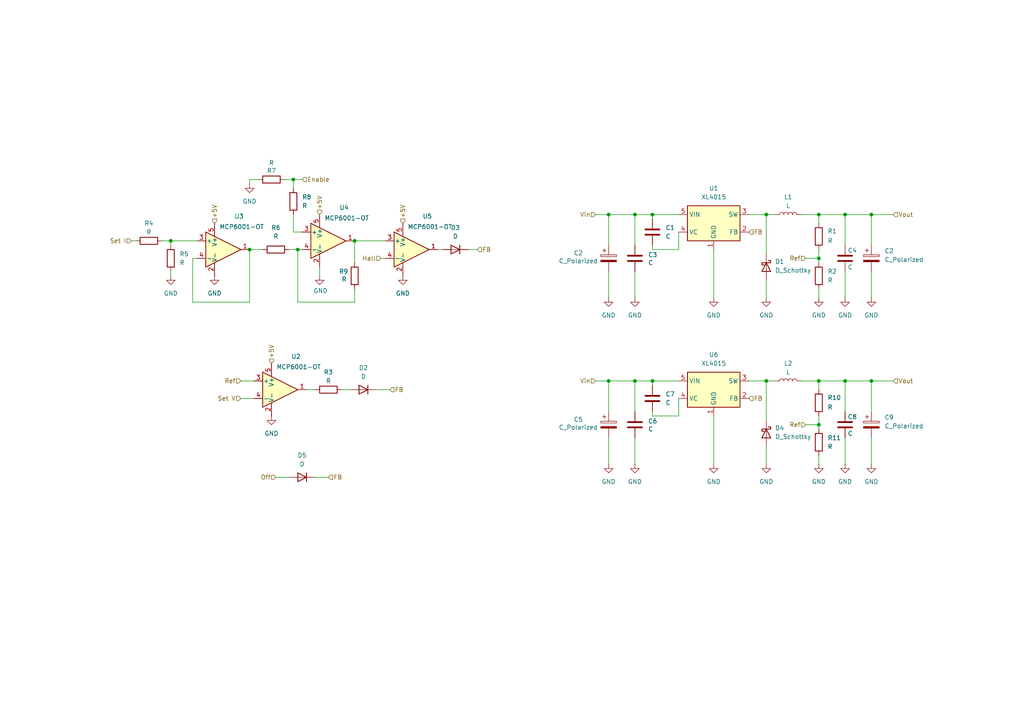
<source format=kicad_sch>
(kicad_sch (version 20231120) (generator "eeschema") (generator_version "8.0")
  (paper "A4")
  (lib_symbols
    (symbol "Amplifier_Operational:MCP6001-OT" (pin_names (offset 0.127))
      (property "Reference" "U" (at -1.27 6.35 0))
      (property "Value" "MCP6001-OT" (at -1.27 3.81 0))
      (symbol "MCP6001-OT_0_1"
        (polyline (pts (xy -5.08 5.08) (xy 5.08 0) (xy -5.08 -5.08) (xy -5.08 5.08)) (stroke (width 0.254)) (fill (type background)))
        (pin power_in line (at -2.54 -7.62 90) (length 3.81) (name "V-") (number "2"))
        (pin power_in line (at -2.54 7.62 270) (length 3.81) (name "V+") (number "5"))
      )
      (symbol "MCP6001-OT_1_1"
        (pin output line (at 7.62 0 180) (length 2.54) (name "~") (number "1"))
        (pin input line (at -7.62 2.54 0) (length 2.54) (name "+") (number "3"))
        (pin input line (at -7.62 -2.54 0) (length 2.54) (name "-") (number "4"))
      )
    )
    (symbol "Device:C" (pin_numbers hide) (pin_names (offset 0.254))
      (property "Reference" "C" (at 0.635 2.54 0))
      (property "Value" "C" (at 0.635 -2.54 0))
      (symbol "C_0_1"
        (polyline (pts (xy -2.032 -0.762) (xy 2.032 -0.762)) (stroke (width 0.508)))
        (polyline (pts (xy -2.032 0.762) (xy 2.032 0.762)) (stroke (width 0.508)))
      )
      (symbol "C_1_1"
        (pin passive line (at 0 3.81 270) (length 2.794) (name "~") (number "1"))
        (pin passive line (at 0 -3.81 90) (length 2.794) (name "~") (number "2"))
      )
    )
    (symbol "Device:C_Polarized" (pin_numbers hide) (pin_names (offset 0.254))
      (property "Reference" "C" (at 0.635 2.54 0))
      (property "Value" "C_Polarized" (at 0.635 -2.54 0))
      (symbol "C_Polarized_0_1"
        (rectangle (start -2.286 0.508) (end 2.286 1.016))
        (polyline (pts (xy -1.778 2.286) (xy -0.762 2.286)))
        (polyline (pts (xy -1.27 2.794) (xy -1.27 1.778)))
        (rectangle (start 2.286 -0.508) (end -2.286 -1.016) (fill (type outline)))
      )
      (symbol "C_Polarized_1_1"
        (pin passive line (at 0 3.81 270) (length 2.794) (name "~") (number "1"))
        (pin passive line (at 0 -3.81 90) (length 2.794) (name "~") (number "2"))
      )
    )
    (symbol "Device:D" (pin_numbers hide) (pin_names (offset 1.016) hide)
      (property "Reference" "D" (at 0 2.54 0))
      (property "Value" "D" (at 0 -2.54 0))
      (symbol "D_0_1"
        (polyline (pts (xy -1.27 1.27) (xy -1.27 -1.27)) (stroke (width 0.254)))
        (polyline (pts (xy 1.27 0) (xy -1.27 0)))
        (polyline (pts (xy 1.27 1.27) (xy 1.27 -1.27) (xy -1.27 0) (xy 1.27 1.27)) (stroke (width 0.254)))
      )
      (symbol "D_1_1"
        (pin passive line (at -3.81 0 0) (length 2.54) (name "K") (number "1"))
        (pin passive line (at 3.81 0 180) (length 2.54) (name "A") (number "2"))
      )
    )
    (symbol "Device:D_Schottky" (pin_numbers hide) (pin_names (offset 1.016) hide)
      (property "Reference" "D" (at 0 2.54 0))
      (property "Value" "D_Schottky" (at 0 -2.54 0))
      (symbol "D_Schottky_0_1"
        (polyline (pts (xy 1.27 0) (xy -1.27 0)))
        (polyline (pts (xy 1.27 1.27) (xy 1.27 -1.27) (xy -1.27 0) (xy 1.27 1.27)) (stroke (width 0.254)))
        (polyline (pts (xy -1.905 0.635) (xy -1.905 1.27) (xy -1.27 1.27) (xy -1.27 -1.27) (xy -0.635 -1.27) (xy -0.635 -0.635)) (stroke (width 0.254)))
      )
      (symbol "D_Schottky_1_1"
        (pin passive line (at -3.81 0 0) (length 2.54) (name "K") (number "1"))
        (pin passive line (at 3.81 0 180) (length 2.54) (name "A") (number "2"))
      )
    )
    (symbol "Device:L" (pin_numbers hide) (pin_names (offset 1.016) hide)
      (property "Reference" "L" (at -1.27 0 90))
      (property "Value" "L" (at 1.905 0 90))
      (symbol "L_0_1"
        (arc (start 0 -2.54) (mid 0.6323 -1.905) (end 0 -1.27))
        (arc (start 0 -1.27) (mid 0.6323 -0.635) (end 0 0))
        (arc (start 0 0) (mid 0.6323 0.635) (end 0 1.27))
        (arc (start 0 1.27) (mid 0.6323 1.905) (end 0 2.54))
      )
      (symbol "L_1_1"
        (pin passive line (at 0 3.81 270) (length 1.27) (name "1") (number "1"))
        (pin passive line (at 0 -3.81 90) (length 1.27) (name "2") (number "2"))
      )
    )
    (symbol "Device:R" (pin_numbers hide) (pin_names (offset 0))
      (property "Reference" "R" (at 2.032 0 90))
      (property "Value" "R" (at 0 0 90))
      (symbol "R_0_1"
        (rectangle (start -1.016 -2.54) (end 1.016 2.54) (stroke (width 0.254)))
      )
      (symbol "R_1_1"
        (pin passive line (at 0 3.81 270) (length 1.27) (name "~") (number "1"))
        (pin passive line (at 0 -3.81 90) (length 1.27) (name "~") (number "2"))
      )
    )
    (symbol "Regulator_Switching:XL4015"
      (property "Reference" "U?" (at -6.35 6.35 0))
      (property "Value" "XL4015" (at 6.35 6.35 0))
      (symbol "XL4015_0_1"
        (rectangle (start -7.62 5.08) (end 7.62 -5.08) (stroke (width 0.254)) (fill (type background)))
      )
      (symbol "XL4015_1_1"
        (pin power_in line (at 0 -7.62 90) (length 2.54) (name "GND") (number "1"))
        (pin input line (at 10.16 -2.54 180) (length 2.54) (name "FB") (number "2"))
        (pin power_out line (at 10.16 2.54 180) (length 2.54) (name "SW") (number "3"))
        (pin input line (at -10.16 -2.54 0) (length 2.54) (name "VC") (number "4"))
        (pin power_in line (at -10.16 2.54 0) (length 2.54) (name "VIN") (number "5"))
      )
    )
    (symbol "power:GND" (power) (pin_numbers hide) (pin_names (offset 0) hide)
      (property "Value" "GND" (at 0 -3.81 0))
      (symbol "GND_0_1"
        (polyline (pts (xy 0 0) (xy 0 -1.27) (xy 1.27 -1.27) (xy 0 -2.54) (xy -1.27 -1.27) (xy 0 -1.27)))
      )
      (symbol "GND_1_1"
        (pin power_in line (at 0 0 270) (length 0) (name "~") (number "1"))
      )
    )
  )
  (junction (at 72.39 72.39))
  (junction (at 184.15 62.23))
  (junction (at 245.11 62.23))
  (junction (at 176.53 110.49))
  (junction (at 237.49 74.93))
  (junction (at 237.49 110.49))
  (junction (at 237.49 123.19))
  (junction (at 85.09 52.07))
  (junction (at 252.73 62.23))
  (junction (at 49.53 69.85))
  (junction (at 176.53 62.23))
  (junction (at 252.73 110.49))
  (junction (at 184.15 110.49))
  (junction (at 222.25 110.49))
  (junction (at 237.49 62.23))
  (junction (at 102.87 69.85))
  (junction (at 222.25 62.23))
  (junction (at 189.23 110.49))
  (junction (at 245.11 110.49))
  (junction (at 86.36 72.39))
  (junction (at 189.23 62.23))
  (wire (pts (xy 184.15 62.23) (xy 184.15 71.12)))
  (wire (pts (xy 92.71 80.01) (xy 92.71 77.47)))
  (wire (pts (xy 237.49 110.49) (xy 237.49 113.03)))
  (wire (pts (xy 237.49 123.19) (xy 237.49 124.46)))
  (wire (pts (xy 184.15 110.49) (xy 184.15 119.38)))
  (wire (pts (xy 102.87 69.85) (xy 102.87 76.2)))
  (wire (pts (xy 237.49 132.08) (xy 237.49 134.62)))
  (wire (pts (xy 184.15 78.74) (xy 184.15 86.36)))
  (wire (pts (xy 172.72 110.49) (xy 176.53 110.49)))
  (wire (pts (xy 176.53 78.74) (xy 176.53 86.36)))
  (wire (pts (xy 80.01 138.43) (xy 83.82 138.43)))
  (wire (pts (xy 252.73 78.74) (xy 252.73 86.36)))
  (wire (pts (xy 252.73 127) (xy 252.73 134.62)))
  (wire (pts (xy 176.53 71.12) (xy 176.53 62.23)))
  (wire (pts (xy 189.23 119.38) (xy 189.23 120.65)))
  (wire (pts (xy 252.73 62.23) (xy 252.73 71.12)))
  (wire (pts (xy 232.41 62.23) (xy 237.49 62.23)))
  (wire (pts (xy 85.09 67.31) (xy 87.63 67.31)))
  (wire (pts (xy 69.85 110.49) (xy 73.66 110.49)))
  (wire (pts (xy 69.85 115.57) (xy 73.66 115.57)))
  (wire (pts (xy 189.23 110.49) (xy 189.23 111.76)))
  (wire (pts (xy 222.25 62.23) (xy 222.25 73.66)))
  (wire (pts (xy 88.9 113.03) (xy 91.44 113.03)))
  (wire (pts (xy 237.49 62.23) (xy 245.11 62.23)))
  (wire (pts (xy 85.09 52.07) (xy 85.09 54.61)))
  (wire (pts (xy 109.22 113.03) (xy 113.03 113.03)))
  (wire (pts (xy 196.85 110.49) (xy 189.23 110.49)))
  (wire (pts (xy 222.25 110.49) (xy 224.79 110.49)))
  (wire (pts (xy 85.09 52.07) (xy 87.63 52.07)))
  (wire (pts (xy 74.93 52.07) (xy 72.39 52.07)))
  (wire (pts (xy 86.36 87.63) (xy 86.36 72.39)))
  (wire (pts (xy 245.11 110.49) (xy 252.73 110.49)))
  (wire (pts (xy 83.82 72.39) (xy 86.36 72.39)))
  (wire (pts (xy 252.73 110.49) (xy 252.73 119.38)))
  (wire (pts (xy 233.68 74.93) (xy 237.49 74.93)))
  (wire (pts (xy 135.89 72.39) (xy 138.43 72.39)))
  (wire (pts (xy 184.15 62.23) (xy 189.23 62.23)))
  (wire (pts (xy 245.11 62.23) (xy 252.73 62.23)))
  (wire (pts (xy 172.72 62.23) (xy 176.53 62.23)))
  (wire (pts (xy 110.49 74.93) (xy 111.76 74.93)))
  (wire (pts (xy 222.25 110.49) (xy 222.25 121.92)))
  (wire (pts (xy 237.49 110.49) (xy 245.11 110.49)))
  (wire (pts (xy 176.53 110.49) (xy 184.15 110.49)))
  (wire (pts (xy 57.15 74.93) (xy 55.88 74.93)))
  (wire (pts (xy 207.01 72.39) (xy 207.01 86.36)))
  (wire (pts (xy 222.25 81.28) (xy 222.25 86.36)))
  (wire (pts (xy 55.88 87.63) (xy 72.39 87.63)))
  (wire (pts (xy 38.1 69.85) (xy 39.37 69.85)))
  (wire (pts (xy 189.23 72.39) (xy 196.85 72.39)))
  (wire (pts (xy 86.36 87.63) (xy 102.87 87.63)))
  (wire (pts (xy 245.11 78.74) (xy 245.11 86.36)))
  (wire (pts (xy 245.11 127) (xy 245.11 134.62)))
  (wire (pts (xy 86.36 72.39) (xy 87.63 72.39)))
  (wire (pts (xy 72.39 52.07) (xy 72.39 53.34)))
  (wire (pts (xy 49.53 78.74) (xy 49.53 80.01)))
  (wire (pts (xy 196.85 67.31) (xy 196.85 72.39)))
  (wire (pts (xy 127 72.39) (xy 128.27 72.39)))
  (wire (pts (xy 72.39 72.39) (xy 72.39 87.63)))
  (wire (pts (xy 222.25 129.54) (xy 222.25 134.62)))
  (wire (pts (xy 233.68 123.19) (xy 237.49 123.19)))
  (wire (pts (xy 207.01 120.65) (xy 207.01 134.62)))
  (wire (pts (xy 237.49 120.65) (xy 237.49 123.19)))
  (wire (pts (xy 102.87 69.85) (xy 111.76 69.85)))
  (wire (pts (xy 196.85 62.23) (xy 189.23 62.23)))
  (wire (pts (xy 222.25 62.23) (xy 224.79 62.23)))
  (wire (pts (xy 217.17 62.23) (xy 222.25 62.23)))
  (wire (pts (xy 189.23 71.12) (xy 189.23 72.39)))
  (wire (pts (xy 49.53 69.85) (xy 57.15 69.85)))
  (wire (pts (xy 237.49 72.39) (xy 237.49 74.93)))
  (wire (pts (xy 102.87 83.82) (xy 102.87 87.63)))
  (wire (pts (xy 72.39 72.39) (xy 76.2 72.39)))
  (wire (pts (xy 189.23 62.23) (xy 189.23 63.5)))
  (wire (pts (xy 252.73 62.23) (xy 259.08 62.23)))
  (wire (pts (xy 184.15 110.49) (xy 189.23 110.49)))
  (wire (pts (xy 91.44 138.43) (xy 95.25 138.43)))
  (wire (pts (xy 82.55 52.07) (xy 85.09 52.07)))
  (wire (pts (xy 99.06 113.03) (xy 101.6 113.03)))
  (wire (pts (xy 217.17 110.49) (xy 222.25 110.49)))
  (wire (pts (xy 245.11 62.23) (xy 245.11 71.12)))
  (wire (pts (xy 237.49 74.93) (xy 237.49 76.2)))
  (wire (pts (xy 232.41 110.49) (xy 237.49 110.49)))
  (wire (pts (xy 176.53 119.38) (xy 176.53 110.49)))
  (wire (pts (xy 245.11 110.49) (xy 245.11 119.38)))
  (wire (pts (xy 237.49 83.82) (xy 237.49 86.36)))
  (wire (pts (xy 184.15 127) (xy 184.15 134.62)))
  (wire (pts (xy 46.99 69.85) (xy 49.53 69.85)))
  (wire (pts (xy 49.53 69.85) (xy 49.53 71.12)))
  (wire (pts (xy 237.49 62.23) (xy 237.49 64.77)))
  (wire (pts (xy 176.53 62.23) (xy 184.15 62.23)))
  (wire (pts (xy 85.09 62.23) (xy 85.09 67.31)))
  (wire (pts (xy 176.53 127) (xy 176.53 134.62)))
  (wire (pts (xy 252.73 110.49) (xy 259.08 110.49)))
  (wire (pts (xy 55.88 74.93) (xy 55.88 87.63)))
  (wire (pts (xy 196.85 115.57) (xy 196.85 120.65)))
  (wire (pts (xy 189.23 120.65) (xy 196.85 120.65)))
  (hierarchical_label "Hall" (shape input) (at 110.49 74.93 180))
  (hierarchical_label "Vout" (shape input) (at 259.08 110.49 0))
  (hierarchical_label "FB" (shape input) (at 113.03 113.03 0))
  (hierarchical_label "Ref" (shape input) (at 233.68 74.93 180))
  (hierarchical_label "Set I" (shape input) (at 38.1 69.85 180))
  (hierarchical_label "Ref" (shape input) (at 233.68 123.19 180))
  (hierarchical_label "+5V" (shape input) (at 78.74 105.41 90))
  (hierarchical_label "Vout" (shape input) (at 259.08 62.23 0))
  (hierarchical_label "FB" (shape input) (at 95.25 138.43 0))
  (hierarchical_label "FB" (shape input) (at 217.17 115.57 0))
  (hierarchical_label "Vin" (shape input) (at 172.72 62.23 180))
  (hierarchical_label "Off" (shape input) (at 80.01 138.43 180))
  (hierarchical_label "+5V" (shape input) (at 62.23 64.77 90))
  (hierarchical_label "Set V" (shape input) (at 69.85 115.57 180))
  (hierarchical_label "Vin" (shape input) (at 172.72 110.49 180))
  (hierarchical_label "Enable" (shape input) (at 87.63 52.07 0))
  (hierarchical_label "FB" (shape input) (at 217.17 67.31 0))
  (hierarchical_label "Ref" (shape input) (at 69.85 110.49 180))
  (hierarchical_label "+5V" (shape input) (at 116.84 64.77 90))
  (hierarchical_label "+5V" (shape input) (at 92.71 62.23 90))
  (hierarchical_label "FB" (shape input) (at 138.43 72.39 0))
  (symbol (lib_id "Device:L") (at 228.6 62.23 90) (unit 1)
    (property "Reference" "L1" (at 228.6 57.15 90))
    (property "Value" "L" (at 228.6 59.69 90))
    (property "Description" "Inductor" (effects (hide yes)))
  )
  (symbol (lib_id "Regulator_Switching:XL4015") (at 207.01 113.03 0) (unit 1)
    (property "Reference" "U6" (at 207.01 102.87 0))
    (property "Value" "XL4015" (at 207.01 105.41 0))
    (property "Footprint" "Package_TO_SOT_SMD:TO-263-5_TabPin3" (effects (hide yes)))
    (property "Datasheet" "http://www.xlsemi.net/datasheet/XL4015%20datasheet-English.pdf" (effects (hide yes)))
    (property "Description" "5A 180kHz 36V Buck DC to DC Converter" (effects (hide yes)))
  )
  (symbol (lib_id "power:GND") (at 78.74 120.65 0) (unit 1)
    (property "Reference" "#PWR06" (effects (hide yes)))
    (property "Value" "GND" (at 78.74 125.73 0))
    (property "Description" "Power symbol creates a global label with name \"GND\" , ground" (effects (hide yes)))
  )
  (symbol (lib_id "Device:C") (at 189.23 115.57 0) (unit 1)
    (property "Reference" "C7" (at 193.04 114.2999 0) (effects (justify left)))
    (property "Value" "C" (at 193.04 116.8399 0) (effects (justify left)))
    (property "Description" "Unpolarized capacitor" (effects (hide yes)))
  )
  (symbol (lib_id "Device:D") (at 132.08 72.39 0) (mirror y) (unit 1)
    (property "Reference" "D3" (at 132.08 66.04 0))
    (property "Value" "D" (at 132.08 68.58 0))
    (property "Description" "Diode" (effects (hide yes)))
    (property "Sim.Device" "D" (effects (hide yes)))
    (property "Sim.Pins" "1=K 2=A" (effects (hide yes)))
  )
  (symbol (lib_id "Amplifier_Operational:MCP6001-OT") (at 81.28 113.03 0) (unit 1)
    (property "Reference" "U2" (at 85.852 103.378 0))
    (property "Value" "MCP6001-OT" (at 86.614 106.426 0))
    (property "Footprint" "Package_TO_SOT_SMD:SOT-23-5" (effects (hide yes)))
    (property "Datasheet" "http://ww1.microchip.com/downloads/en/DeviceDoc/21733j.pdf" (effects (hide yes)))
    (property "Description" "1MHz, Low-Power Op Amp, SOT-23-5" (effects (hide yes)))
  )
  (symbol (lib_id "Device:R") (at 237.49 128.27 0) (unit 1)
    (property "Reference" "R11" (at 240.03 126.9999 0) (effects (justify left)))
    (property "Value" "R" (at 240.03 129.5399 0) (effects (justify left)))
    (property "Description" "Resistor" (effects (hide yes)))
  )
  (symbol (lib_id "Device:R") (at 43.18 69.85 270) (unit 1)
    (property "Reference" "R4" (at 43.18 64.77 90))
    (property "Value" "R" (at 43.18 67.31 90))
    (property "Description" "Resistor" (effects (hide yes)))
  )
  (symbol (lib_id "Device:R") (at 95.25 113.03 270) (unit 1)
    (property "Reference" "R3" (at 95.25 107.95 90))
    (property "Value" "R" (at 95.25 110.49 90))
    (property "Description" "Resistor" (effects (hide yes)))
  )
  (symbol (lib_id "power:GND") (at 245.11 86.36 0) (unit 1)
    (property "Reference" "#PWR05" (effects (hide yes)))
    (property "Value" "GND" (at 245.11 91.44 0))
    (property "Description" "Power symbol creates a global label with name \"GND\" , ground" (effects (hide yes)))
  )
  (symbol (lib_id "Device:D") (at 87.63 138.43 0) (mirror y) (unit 1)
    (property "Reference" "D5" (at 87.63 132.08 0))
    (property "Value" "D" (at 87.63 134.62 0))
    (property "Description" "Diode" (effects (hide yes)))
    (property "Sim.Device" "D" (effects (hide yes)))
    (property "Sim.Pins" "1=K 2=A" (effects (hide yes)))
  )
  (symbol (lib_id "Device:R") (at 237.49 80.01 0) (unit 1)
    (property "Reference" "R2" (at 240.03 78.7399 0) (effects (justify left)))
    (property "Value" "R" (at 240.03 81.2799 0) (effects (justify left)))
    (property "Description" "Resistor" (effects (hide yes)))
  )
  (symbol (lib_id "power:GND") (at 222.25 86.36 0) (unit 1)
    (property "Reference" "#PWR09" (effects (hide yes)))
    (property "Value" "GND" (at 222.25 91.44 0))
    (property "Description" "Power symbol creates a global label with name \"GND\" , ground" (effects (hide yes)))
  )
  (symbol (lib_id "power:GND") (at 92.71 80.01 0) (unit 1)
    (property "Reference" "#PWR010" (effects (hide yes)))
    (property "Value" "GND" (at 92.964 84.328 0))
    (property "Description" "Power symbol creates a global label with name \"GND\" , ground" (effects (hide yes)))
  )
  (symbol (lib_id "power:GND") (at 176.53 86.36 0) (unit 1)
    (property "Reference" "#PWR04" (effects (hide yes)))
    (property "Value" "GND" (at 176.53 91.44 0))
    (property "Description" "Power symbol creates a global label with name \"GND\" , ground" (effects (hide yes)))
  )
  (symbol (lib_id "power:GND") (at 62.23 80.01 0) (unit 1)
    (property "Reference" "#PWR08" (effects (hide yes)))
    (property "Value" "GND" (at 62.23 85.09 0))
    (property "Description" "Power symbol creates a global label with name \"GND\" , ground" (effects (hide yes)))
  )
  (symbol (lib_id "Amplifier_Operational:MCP6001-OT") (at 119.38 72.39 0) (unit 1)
    (property "Reference" "U5" (at 123.952 62.738 0))
    (property "Value" "MCP6001-OT" (at 124.714 65.786 0))
    (property "Footprint" "Package_TO_SOT_SMD:SOT-23-5" (effects (hide yes)))
    (property "Datasheet" "http://ww1.microchip.com/downloads/en/DeviceDoc/21733j.pdf" (effects (hide yes)))
    (property "Description" "1MHz, Low-Power Op Amp, SOT-23-5" (effects (hide yes)))
  )
  (symbol (lib_id "Device:R") (at 80.01 72.39 270) (unit 1)
    (property "Reference" "R6" (at 80.01 66.04 90))
    (property "Value" "R" (at 80.01 68.58 90))
    (property "Description" "Resistor" (effects (hide yes)))
  )
  (symbol (lib_id "Amplifier_Operational:MCP6001-OT") (at 64.77 72.39 0) (unit 1)
    (property "Reference" "U3" (at 69.342 62.738 0))
    (property "Value" "MCP6001-OT" (at 70.104 65.786 0))
    (property "Footprint" "Package_TO_SOT_SMD:SOT-23-5" (effects (hide yes)))
    (property "Datasheet" "http://ww1.microchip.com/downloads/en/DeviceDoc/21733j.pdf" (effects (hide yes)))
    (property "Description" "1MHz, Low-Power Op Amp, SOT-23-5" (effects (hide yes)))
  )
  (symbol (lib_id "Device:C") (at 189.23 67.31 0) (unit 1)
    (property "Reference" "C1" (at 193.04 66.0399 0) (effects (justify left)))
    (property "Value" "C" (at 193.04 68.5799 0) (effects (justify left)))
    (property "Description" "Unpolarized capacitor" (effects (hide yes)))
  )
  (symbol (lib_id "Device:C_Polarized") (at 252.73 123.19 0) (unit 1)
    (property "Reference" "C9" (at 256.54 121.0309 0) (effects (justify left)))
    (property "Value" "C_Polarized" (at 256.54 123.5709 0) (effects (justify left)))
    (property "Description" "Polarized capacitor" (effects (hide yes)))
  )
  (symbol (lib_id "power:GND") (at 72.39 53.34 0) (unit 1)
    (property "Reference" "#PWR014" (effects (hide yes)))
    (property "Value" "GND" (at 72.39 58.42 0))
    (property "Description" "Power symbol creates a global label with name \"GND\" , ground" (effects (hide yes)))
  )
  (symbol (lib_id "Device:C_Polarized") (at 176.53 74.93 0) (unit 1)
    (property "Reference" "C2" (at 166.37 73.406 0) (effects (justify left)))
    (property "Value" "C_Polarized" (at 162.052 75.692 0) (effects (justify left)))
    (property "Description" "Polarized capacitor" (effects (hide yes)))
  )
  (symbol (lib_id "Regulator_Switching:XL4015") (at 207.01 64.77 0) (unit 1)
    (property "Reference" "U1" (at 207.01 54.61 0))
    (property "Value" "XL4015" (at 207.01 57.15 0))
    (property "Footprint" "Package_TO_SOT_SMD:TO-263-5_TabPin3" (effects (hide yes)))
    (property "Datasheet" "http://www.xlsemi.net/datasheet/XL4015%20datasheet-English.pdf" (effects (hide yes)))
    (property "Description" "5A 180kHz 36V Buck DC to DC Converter" (effects (hide yes)))
  )
  (symbol (lib_id "Device:R") (at 102.87 80.01 180) (unit 1)
    (property "Reference" "R9" (at 98.298 78.74 0) (effects (justify right)))
    (property "Value" "R" (at 99.06 81.026 0) (effects (justify right)))
    (property "Description" "Resistor" (effects (hide yes)))
  )
  (symbol (lib_id "Device:C") (at 245.11 123.19 0) (unit 1)
    (property "Reference" "C8" (at 245.872 120.904 0) (effects (justify left)))
    (property "Value" "C" (at 245.872 125.73 0) (effects (justify left)))
    (property "Description" "Unpolarized capacitor" (effects (hide yes)))
  )
  (symbol (lib_id "power:GND") (at 245.11 134.62 0) (unit 1)
    (property "Reference" "#PWR019" (effects (hide yes)))
    (property "Value" "GND" (at 245.11 139.7 0))
    (property "Description" "Power symbol creates a global label with name \"GND\" , ground" (effects (hide yes)))
  )
  (symbol (lib_id "Device:D_Schottky") (at 222.25 77.47 270) (unit 1)
    (property "Reference" "D1" (at 224.79 75.8824 90) (effects (justify left)))
    (property "Value" "D_Schottky" (at 224.79 78.4224 90) (effects (justify left)))
    (property "Description" "Schottky diode" (effects (hide yes)))
  )
  (symbol (lib_id "power:GND") (at 237.49 86.36 0) (unit 1)
    (property "Reference" "#PWR01" (effects (hide yes)))
    (property "Value" "GND" (at 237.49 91.44 0))
    (property "Description" "Power symbol creates a global label with name \"GND\" , ground" (effects (hide yes)))
  )
  (symbol (lib_id "power:GND") (at 49.53 80.01 0) (unit 1)
    (property "Reference" "#PWR07" (effects (hide yes)))
    (property "Value" "GND" (at 49.53 85.09 0))
    (property "Description" "Power symbol creates a global label with name \"GND\" , ground" (effects (hide yes)))
  )
  (symbol (lib_id "Device:R") (at 237.49 68.58 0) (unit 1)
    (property "Reference" "R1" (at 240.03 67.056 0) (effects (justify left)))
    (property "Value" "R" (at 240.03 69.85 0) (effects (justify left)))
    (property "Description" "Resistor" (effects (hide yes)))
  )
  (symbol (lib_id "power:GND") (at 176.53 134.62 0) (unit 1)
    (property "Reference" "#PWR012" (effects (hide yes)))
    (property "Value" "GND" (at 176.53 139.7 0))
    (property "Description" "Power symbol creates a global label with name \"GND\" , ground" (effects (hide yes)))
  )
  (symbol (lib_id "Device:C") (at 184.15 74.93 0) (unit 1)
    (property "Reference" "C3" (at 187.96 73.914 0) (effects (justify left)))
    (property "Value" "C" (at 187.96 76.1999 0) (effects (justify left)))
    (property "Description" "Unpolarized capacitor" (effects (hide yes)))
  )
  (symbol (lib_id "Device:R") (at 78.74 52.07 90) (unit 1)
    (property "Reference" "R7" (at 78.74 49.53 90))
    (property "Value" "R" (at 78.74 47.244 90))
    (property "Description" "Resistor" (effects (hide yes)))
  )
  (symbol (lib_id "Device:D") (at 105.41 113.03 0) (mirror y) (unit 1)
    (property "Reference" "D2" (at 105.41 106.68 0))
    (property "Value" "D" (at 105.41 109.22 0))
    (property "Description" "Diode" (effects (hide yes)))
    (property "Sim.Device" "D" (effects (hide yes)))
    (property "Sim.Pins" "1=K 2=A" (effects (hide yes)))
  )
  (symbol (lib_id "Device:C_Polarized") (at 252.73 74.93 0) (unit 1)
    (property "Reference" "C2" (at 256.54 72.7709 0) (effects (justify left)))
    (property "Value" "C_Polarized" (at 256.54 75.3109 0) (effects (justify left)))
    (property "Description" "Polarized capacitor" (effects (hide yes)))
  )
  (symbol (lib_id "power:GND") (at 222.25 134.62 0) (unit 1)
    (property "Reference" "#PWR017" (effects (hide yes)))
    (property "Value" "GND" (at 222.25 139.7 0))
    (property "Description" "Power symbol creates a global label with name \"GND\" , ground" (effects (hide yes)))
  )
  (symbol (lib_id "Device:R") (at 237.49 116.84 0) (unit 1)
    (property "Reference" "R10" (at 240.03 115.316 0) (effects (justify left)))
    (property "Value" "R" (at 240.03 118.11 0) (effects (justify left)))
    (property "Description" "Resistor" (effects (hide yes)))
  )
  (symbol (lib_id "power:GND") (at 252.73 86.36 0) (unit 1)
    (property "Reference" "#PWR03" (effects (hide yes)))
    (property "Value" "GND" (at 252.73 91.44 0))
    (property "Description" "Power symbol creates a global label with name \"GND\" , ground" (effects (hide yes)))
  )
  (symbol (lib_id "Device:C") (at 184.15 123.19 0) (unit 1)
    (property "Reference" "C6" (at 187.96 122.174 0) (effects (justify left)))
    (property "Value" "C" (at 187.96 124.4599 0) (effects (justify left)))
    (property "Description" "Unpolarized capacitor" (effects (hide yes)))
  )
  (symbol (lib_id "power:GND") (at 207.01 86.36 0) (unit 1)
    (property "Reference" "#PWR02" (effects (hide yes)))
    (property "Value" "GND" (at 207.01 91.44 0))
    (property "Description" "Power symbol creates a global label with name \"GND\" , ground" (effects (hide yes)))
  )
  (symbol (lib_id "power:GND") (at 184.15 86.36 0) (unit 1)
    (property "Reference" "#PWR011" (effects (hide yes)))
    (property "Value" "GND" (at 184.15 91.44 0))
    (property "Description" "Power symbol creates a global label with name \"GND\" , ground" (effects (hide yes)))
  )
  (symbol (lib_id "Device:C_Polarized") (at 176.53 123.19 0) (unit 1)
    (property "Reference" "C5" (at 166.37 121.666 0) (effects (justify left)))
    (property "Value" "C_Polarized" (at 162.052 123.952 0) (effects (justify left)))
    (property "Description" "Polarized capacitor" (effects (hide yes)))
  )
  (symbol (lib_id "Amplifier_Operational:MCP6001-OT") (at 95.25 69.85 0) (unit 1)
    (property "Reference" "U4" (at 99.822 60.198 0))
    (property "Value" "MCP6001-OT" (at 100.584 63.246 0))
    (property "Footprint" "Package_TO_SOT_SMD:SOT-23-5" (effects (hide yes)))
    (property "Datasheet" "http://ww1.microchip.com/downloads/en/DeviceDoc/21733j.pdf" (effects (hide yes)))
    (property "Description" "1MHz, Low-Power Op Amp, SOT-23-5" (effects (hide yes)))
  )
  (symbol (lib_id "power:GND") (at 207.01 134.62 0) (unit 1)
    (property "Reference" "#PWR016" (effects (hide yes)))
    (property "Value" "GND" (at 207.01 139.7 0))
    (property "Description" "Power symbol creates a global label with name \"GND\" , ground" (effects (hide yes)))
  )
  (symbol (lib_id "power:GND") (at 184.15 134.62 0) (unit 1)
    (property "Reference" "#PWR015" (effects (hide yes)))
    (property "Value" "GND" (at 184.15 139.7 0))
    (property "Description" "Power symbol creates a global label with name \"GND\" , ground" (effects (hide yes)))
  )
  (symbol (lib_id "power:GND") (at 237.49 134.62 0) (unit 1)
    (property "Reference" "#PWR018" (effects (hide yes)))
    (property "Value" "GND" (at 237.49 139.7 0))
    (property "Description" "Power symbol creates a global label with name \"GND\" , ground" (effects (hide yes)))
  )
  (symbol (lib_id "Device:D_Schottky") (at 222.25 125.73 270) (unit 1)
    (property "Reference" "D4" (at 224.79 124.1424 90) (effects (justify left)))
    (property "Value" "D_Schottky" (at 224.79 126.6824 90) (effects (justify left)))
    (property "Description" "Schottky diode" (effects (hide yes)))
  )
  (symbol (lib_id "Device:R") (at 49.53 74.93 180) (unit 1)
    (property "Reference" "R5" (at 52.07 73.6599 0) (effects (justify right)))
    (property "Value" "R" (at 52.07 76.1999 0) (effects (justify right)))
    (property "Description" "Resistor" (effects (hide yes)))
  )
  (symbol (lib_id "power:GND") (at 252.73 134.62 0) (unit 1)
    (property "Reference" "#PWR020" (effects (hide yes)))
    (property "Value" "GND" (at 252.73 139.7 0))
    (property "Description" "Power symbol creates a global label with name \"GND\" , ground" (effects (hide yes)))
  )
  (symbol (lib_id "Device:C") (at 245.11 74.93 0) (unit 1)
    (property "Reference" "C4" (at 245.872 72.644 0) (effects (justify left)))
    (property "Value" "C" (at 245.872 77.47 0) (effects (justify left)))
    (property "Description" "Unpolarized capacitor" (effects (hide yes)))
  )
  (symbol (lib_id "power:GND") (at 116.84 80.01 0) (unit 1)
    (property "Reference" "#PWR013" (effects (hide yes)))
    (property "Value" "GND" (at 116.84 85.09 0))
    (property "Description" "Power symbol creates a global label with name \"GND\" , ground" (effects (hide yes)))
  )
  (symbol (lib_id "Device:R") (at 85.09 58.42 180) (unit 1)
    (property "Reference" "R8" (at 87.63 57.1499 0) (effects (justify right)))
    (property "Value" "R" (at 87.63 59.6899 0) (effects (justify right)))
    (property "Description" "Resistor" (effects (hide yes)))
  )
  (symbol (lib_id "Device:L") (at 228.6 110.49 90) (unit 1)
    (property "Reference" "L2" (at 228.6 105.41 90))
    (property "Value" "L" (at 228.6 107.95 90))
    (property "Description" "Inductor" (effects (hide yes)))
  )
)
</source>
